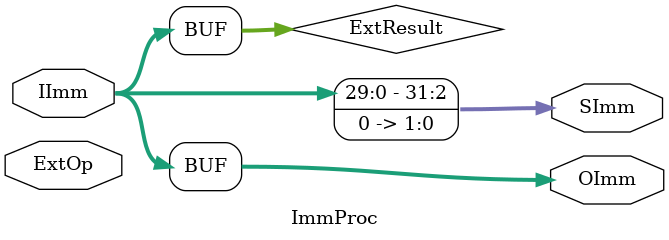
<source format=v>
module ImmProc (ExtOp,
                IImm,
                OImm,
                SImm);
    input ExtOp;
    input [31:0] IImm;
    output wire [31:0] OImm, SImm;
    
    wire [31:0] ExtResult;
    
    assign ExtResult = {ExtOp ? {16{IImm[15]}} : 16'h0000, IImm};
    assign OImm      = ExtResult;
    assign SImm      = ExtResult << 2;
    // assign OImm   = LUOp ? {IImm, 16'h0000} : ExtResult;
    
endmodule

</source>
